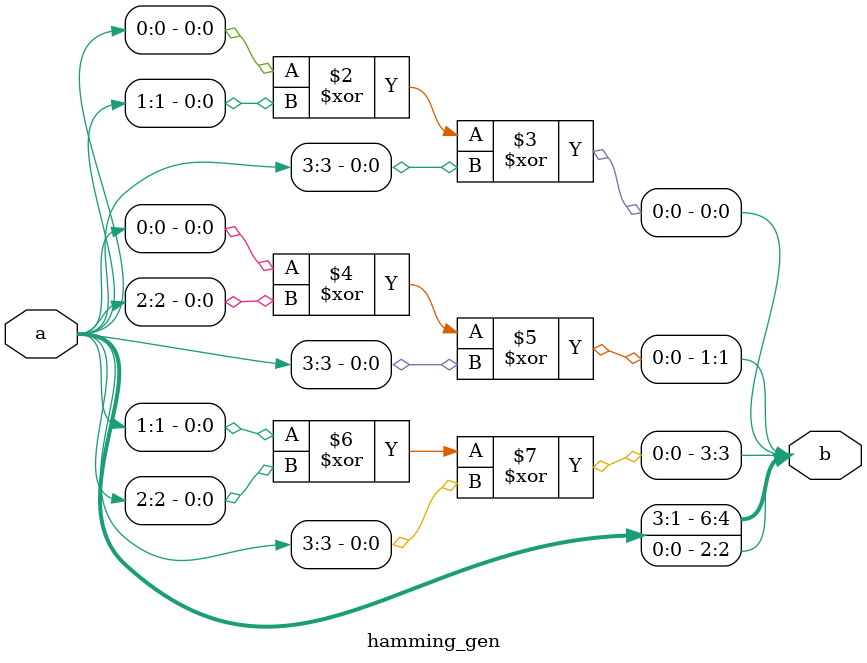
<source format=v>
module hamming_gen(a,b);
  input [3:0]a;
  output reg [6:0]b;
  always @(a)
    begin
      b[0] <= a[0]^a[1]^a[3];
      b[1] <= a[0]^a[2]^a[3];
      b[2] <= a[0];
      b[3] <= a[1]^a[2]^a[3];
      b[4] <= a[1];
      b[5] <= a[2];
      b[6] <= a[3];
    end
endmodule

</source>
